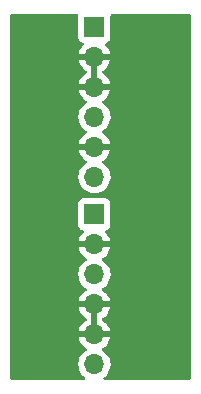
<source format=gbr>
%TF.GenerationSoftware,KiCad,Pcbnew,(6.0.5)*%
%TF.CreationDate,2023-11-29T10:07:13+07:00*%
%TF.ProjectId,conn_station,636f6e6e-5f73-4746-9174-696f6e2e6b69,rev?*%
%TF.SameCoordinates,Original*%
%TF.FileFunction,Copper,L2,Bot*%
%TF.FilePolarity,Positive*%
%FSLAX46Y46*%
G04 Gerber Fmt 4.6, Leading zero omitted, Abs format (unit mm)*
G04 Created by KiCad (PCBNEW (6.0.5)) date 2023-11-29 10:07:13*
%MOMM*%
%LPD*%
G01*
G04 APERTURE LIST*
%TA.AperFunction,ComponentPad*%
%ADD10R,1.700000X1.700000*%
%TD*%
%TA.AperFunction,ComponentPad*%
%ADD11O,1.700000X1.700000*%
%TD*%
%TA.AperFunction,ViaPad*%
%ADD12C,0.800000*%
%TD*%
G04 APERTURE END LIST*
D10*
%TO.P,J3,1,Pin_1*%
%TO.N,Net-(J2-Pad12)*%
X106700000Y-60800000D03*
D11*
%TO.P,J3,2,Pin_2*%
%TO.N,/GND*%
X106700000Y-63340000D03*
%TO.P,J3,3,Pin_3*%
X106700000Y-65880000D03*
%TO.P,J3,4,Pin_4*%
%TO.N,Net-(J2-Pad9)*%
X106700000Y-68420000D03*
%TO.P,J3,5,Pin_5*%
%TO.N,/GND*%
X106700000Y-70960000D03*
%TO.P,J3,6,Pin_6*%
%TO.N,Net-(J2-Pad7)*%
X106700000Y-73500000D03*
%TD*%
D10*
%TO.P,J1,1,Pin_1*%
%TO.N,Net-(J1-Pad1)*%
X106700000Y-76675000D03*
D11*
%TO.P,J1,2,Pin_2*%
%TO.N,/GND*%
X106700000Y-79215000D03*
%TO.P,J1,3,Pin_3*%
%TO.N,Net-(J1-Pad3)*%
X106700000Y-81755000D03*
%TO.P,J1,4,Pin_4*%
%TO.N,/GND*%
X106700000Y-84295000D03*
%TO.P,J1,5,Pin_5*%
X106700000Y-86835000D03*
%TO.P,J1,6,Pin_6*%
%TO.N,Net-(J1-Pad6)*%
X106700000Y-89375000D03*
%TD*%
D12*
%TO.N,/GND*%
X112600000Y-72600000D03*
X101100000Y-65800000D03*
X104300000Y-86900000D03*
X112600000Y-80400000D03*
X104300000Y-81700000D03*
X110100000Y-60800000D03*
X104500000Y-70900000D03*
X112500000Y-89400000D03*
X101100000Y-63300000D03*
X101000000Y-79200000D03*
X112600000Y-75300000D03*
X112600000Y-63400000D03*
X104500000Y-73400000D03*
X101100000Y-60800000D03*
X104500000Y-63300000D03*
X112500000Y-86900000D03*
X112600000Y-70200000D03*
X101100000Y-70900000D03*
X101000000Y-76700000D03*
X101100000Y-73400000D03*
X112600000Y-60900000D03*
X104500000Y-68300000D03*
X104300000Y-89400000D03*
X100900000Y-86900000D03*
X100900000Y-84200000D03*
X104300000Y-84200000D03*
X101100000Y-68300000D03*
X100900000Y-89400000D03*
X104400000Y-79200000D03*
X104400000Y-76700000D03*
X104500000Y-60800000D03*
X104500000Y-65800000D03*
X100900000Y-81700000D03*
X112600000Y-77900000D03*
X109900000Y-89400000D03*
%TD*%
%TA.AperFunction,Conductor*%
%TO.N,/GND*%
G36*
X105290198Y-59728502D02*
G01*
X105336691Y-59782158D01*
X105347340Y-59848108D01*
X105341500Y-59901866D01*
X105341500Y-61698134D01*
X105348255Y-61760316D01*
X105399385Y-61896705D01*
X105486739Y-62013261D01*
X105603295Y-62100615D01*
X105611704Y-62103767D01*
X105611705Y-62103768D01*
X105720960Y-62144726D01*
X105777725Y-62187367D01*
X105802425Y-62253929D01*
X105787218Y-62323278D01*
X105767825Y-62349759D01*
X105644590Y-62478717D01*
X105638104Y-62486727D01*
X105518098Y-62662649D01*
X105513000Y-62671623D01*
X105423338Y-62864783D01*
X105419775Y-62874470D01*
X105364389Y-63074183D01*
X105365912Y-63082607D01*
X105378292Y-63086000D01*
X108018344Y-63086000D01*
X108031875Y-63082027D01*
X108033180Y-63072947D01*
X107991214Y-62905875D01*
X107987894Y-62896124D01*
X107902972Y-62700814D01*
X107898105Y-62691739D01*
X107782426Y-62512926D01*
X107776136Y-62504757D01*
X107632293Y-62346677D01*
X107601241Y-62282831D01*
X107609635Y-62212333D01*
X107654812Y-62157564D01*
X107681256Y-62143895D01*
X107788297Y-62103767D01*
X107796705Y-62100615D01*
X107913261Y-62013261D01*
X108000615Y-61896705D01*
X108051745Y-61760316D01*
X108058500Y-61698134D01*
X108058500Y-59901866D01*
X108052660Y-59848108D01*
X108065188Y-59778225D01*
X108113509Y-59726210D01*
X108177923Y-59708500D01*
X114677530Y-59708500D01*
X114745651Y-59728502D01*
X114766625Y-59745405D01*
X114854595Y-59833375D01*
X114888621Y-59895687D01*
X114891500Y-59922470D01*
X114891500Y-90477530D01*
X114871498Y-90545651D01*
X114854595Y-90566625D01*
X114766625Y-90654595D01*
X114704313Y-90688621D01*
X114677530Y-90691500D01*
X107587489Y-90691500D01*
X107519368Y-90671498D01*
X107472875Y-90617842D01*
X107462771Y-90547568D01*
X107492265Y-90482988D01*
X107514321Y-90462921D01*
X107579860Y-90416173D01*
X107738096Y-90258489D01*
X107797594Y-90175689D01*
X107865435Y-90081277D01*
X107868453Y-90077077D01*
X107967430Y-89876811D01*
X108032370Y-89663069D01*
X108061529Y-89441590D01*
X108063156Y-89375000D01*
X108044852Y-89152361D01*
X107990431Y-88935702D01*
X107901354Y-88730840D01*
X107780014Y-88543277D01*
X107629670Y-88378051D01*
X107625619Y-88374852D01*
X107625615Y-88374848D01*
X107458414Y-88242800D01*
X107458410Y-88242798D01*
X107454359Y-88239598D01*
X107412569Y-88216529D01*
X107362598Y-88166097D01*
X107347826Y-88096654D01*
X107372942Y-88030248D01*
X107400294Y-88003641D01*
X107575328Y-87878792D01*
X107583200Y-87872139D01*
X107734052Y-87721812D01*
X107740730Y-87713965D01*
X107865003Y-87541020D01*
X107870313Y-87532183D01*
X107964670Y-87341267D01*
X107968469Y-87331672D01*
X108030377Y-87127910D01*
X108032555Y-87117837D01*
X108033986Y-87106962D01*
X108031775Y-87092778D01*
X108018617Y-87089000D01*
X105383225Y-87089000D01*
X105369694Y-87092973D01*
X105368257Y-87102966D01*
X105398565Y-87237446D01*
X105401645Y-87247275D01*
X105481770Y-87444603D01*
X105486413Y-87453794D01*
X105597694Y-87635388D01*
X105603777Y-87643699D01*
X105743213Y-87804667D01*
X105750580Y-87811883D01*
X105914434Y-87947916D01*
X105922881Y-87953831D01*
X105991969Y-87994203D01*
X106040693Y-88045842D01*
X106053764Y-88115625D01*
X106027033Y-88181396D01*
X105986584Y-88214752D01*
X105973607Y-88221507D01*
X105969474Y-88224610D01*
X105969471Y-88224612D01*
X105945247Y-88242800D01*
X105794965Y-88355635D01*
X105640629Y-88517138D01*
X105514743Y-88701680D01*
X105420688Y-88904305D01*
X105360989Y-89119570D01*
X105337251Y-89341695D01*
X105337548Y-89346848D01*
X105337548Y-89346851D01*
X105343011Y-89441590D01*
X105350110Y-89564715D01*
X105351247Y-89569761D01*
X105351248Y-89569767D01*
X105371119Y-89657939D01*
X105399222Y-89782639D01*
X105483266Y-89989616D01*
X105599987Y-90180088D01*
X105746250Y-90348938D01*
X105890331Y-90468556D01*
X105929966Y-90527458D01*
X105931464Y-90598439D01*
X105894350Y-90658962D01*
X105830406Y-90689811D01*
X105809846Y-90691500D01*
X99722470Y-90691500D01*
X99654349Y-90671498D01*
X99633375Y-90654595D01*
X99545405Y-90566625D01*
X99511379Y-90504313D01*
X99508500Y-90477530D01*
X99508500Y-86569183D01*
X105364389Y-86569183D01*
X105365912Y-86577607D01*
X105378292Y-86581000D01*
X106427885Y-86581000D01*
X106443124Y-86576525D01*
X106444329Y-86575135D01*
X106446000Y-86567452D01*
X106446000Y-86562885D01*
X106954000Y-86562885D01*
X106958475Y-86578124D01*
X106959865Y-86579329D01*
X106967548Y-86581000D01*
X108018344Y-86581000D01*
X108031875Y-86577027D01*
X108033180Y-86567947D01*
X107991214Y-86400875D01*
X107987894Y-86391124D01*
X107902972Y-86195814D01*
X107898105Y-86186739D01*
X107782426Y-86007926D01*
X107776136Y-85999757D01*
X107632806Y-85842240D01*
X107625273Y-85835215D01*
X107458139Y-85703222D01*
X107449552Y-85697517D01*
X107412116Y-85676851D01*
X107362146Y-85626419D01*
X107347374Y-85556976D01*
X107372490Y-85490571D01*
X107399842Y-85463964D01*
X107575327Y-85338792D01*
X107583200Y-85332139D01*
X107734052Y-85181812D01*
X107740730Y-85173965D01*
X107865003Y-85001020D01*
X107870313Y-84992183D01*
X107964670Y-84801267D01*
X107968469Y-84791672D01*
X108030377Y-84587910D01*
X108032555Y-84577837D01*
X108033986Y-84566962D01*
X108031775Y-84552778D01*
X108018617Y-84549000D01*
X106972115Y-84549000D01*
X106956876Y-84553475D01*
X106955671Y-84554865D01*
X106954000Y-84562548D01*
X106954000Y-86562885D01*
X106446000Y-86562885D01*
X106446000Y-84567115D01*
X106441525Y-84551876D01*
X106440135Y-84550671D01*
X106432452Y-84549000D01*
X105383225Y-84549000D01*
X105369694Y-84552973D01*
X105368257Y-84562966D01*
X105398565Y-84697446D01*
X105401645Y-84707275D01*
X105481770Y-84904603D01*
X105486413Y-84913794D01*
X105597694Y-85095388D01*
X105603777Y-85103699D01*
X105743213Y-85264667D01*
X105750580Y-85271883D01*
X105914434Y-85407916D01*
X105922881Y-85413831D01*
X105992479Y-85454501D01*
X106041203Y-85506140D01*
X106054274Y-85575923D01*
X106027543Y-85641694D01*
X105987087Y-85675053D01*
X105978462Y-85679542D01*
X105969738Y-85685036D01*
X105799433Y-85812905D01*
X105791726Y-85819748D01*
X105644590Y-85973717D01*
X105638104Y-85981727D01*
X105518098Y-86157649D01*
X105513000Y-86166623D01*
X105423338Y-86359783D01*
X105419775Y-86369470D01*
X105364389Y-86569183D01*
X99508500Y-86569183D01*
X99508500Y-81721695D01*
X105337251Y-81721695D01*
X105337548Y-81726848D01*
X105337548Y-81726851D01*
X105343011Y-81821590D01*
X105350110Y-81944715D01*
X105351247Y-81949761D01*
X105351248Y-81949767D01*
X105371119Y-82037939D01*
X105399222Y-82162639D01*
X105483266Y-82369616D01*
X105599987Y-82560088D01*
X105746250Y-82728938D01*
X105918126Y-82871632D01*
X105991955Y-82914774D01*
X106040679Y-82966412D01*
X106053750Y-83036195D01*
X106027019Y-83101967D01*
X105986562Y-83135327D01*
X105978457Y-83139546D01*
X105969738Y-83145036D01*
X105799433Y-83272905D01*
X105791726Y-83279748D01*
X105644590Y-83433717D01*
X105638104Y-83441727D01*
X105518098Y-83617649D01*
X105513000Y-83626623D01*
X105423338Y-83819783D01*
X105419775Y-83829470D01*
X105364389Y-84029183D01*
X105365912Y-84037607D01*
X105378292Y-84041000D01*
X108018344Y-84041000D01*
X108031875Y-84037027D01*
X108033180Y-84027947D01*
X107991214Y-83860875D01*
X107987894Y-83851124D01*
X107902972Y-83655814D01*
X107898105Y-83646739D01*
X107782426Y-83467926D01*
X107776136Y-83459757D01*
X107632806Y-83302240D01*
X107625273Y-83295215D01*
X107458139Y-83163222D01*
X107449556Y-83157520D01*
X107412602Y-83137120D01*
X107362631Y-83086687D01*
X107347859Y-83017245D01*
X107372975Y-82950839D01*
X107400327Y-82924232D01*
X107423797Y-82907491D01*
X107579860Y-82796173D01*
X107738096Y-82638489D01*
X107797594Y-82555689D01*
X107865435Y-82461277D01*
X107868453Y-82457077D01*
X107967430Y-82256811D01*
X108032370Y-82043069D01*
X108061529Y-81821590D01*
X108063156Y-81755000D01*
X108044852Y-81532361D01*
X107990431Y-81315702D01*
X107901354Y-81110840D01*
X107780014Y-80923277D01*
X107629670Y-80758051D01*
X107625619Y-80754852D01*
X107625615Y-80754848D01*
X107458414Y-80622800D01*
X107458410Y-80622798D01*
X107454359Y-80619598D01*
X107412569Y-80596529D01*
X107362598Y-80546097D01*
X107347826Y-80476654D01*
X107372942Y-80410248D01*
X107400294Y-80383641D01*
X107575328Y-80258792D01*
X107583200Y-80252139D01*
X107734052Y-80101812D01*
X107740730Y-80093965D01*
X107865003Y-79921020D01*
X107870313Y-79912183D01*
X107964670Y-79721267D01*
X107968469Y-79711672D01*
X108030377Y-79507910D01*
X108032555Y-79497837D01*
X108033986Y-79486962D01*
X108031775Y-79472778D01*
X108018617Y-79469000D01*
X105383225Y-79469000D01*
X105369694Y-79472973D01*
X105368257Y-79482966D01*
X105398565Y-79617446D01*
X105401645Y-79627275D01*
X105481770Y-79824603D01*
X105486413Y-79833794D01*
X105597694Y-80015388D01*
X105603777Y-80023699D01*
X105743213Y-80184667D01*
X105750580Y-80191883D01*
X105914434Y-80327916D01*
X105922881Y-80333831D01*
X105991969Y-80374203D01*
X106040693Y-80425842D01*
X106053764Y-80495625D01*
X106027033Y-80561396D01*
X105986584Y-80594752D01*
X105973607Y-80601507D01*
X105969474Y-80604610D01*
X105969471Y-80604612D01*
X105945247Y-80622800D01*
X105794965Y-80735635D01*
X105640629Y-80897138D01*
X105514743Y-81081680D01*
X105420688Y-81284305D01*
X105360989Y-81499570D01*
X105337251Y-81721695D01*
X99508500Y-81721695D01*
X99508500Y-77573134D01*
X105341500Y-77573134D01*
X105348255Y-77635316D01*
X105399385Y-77771705D01*
X105486739Y-77888261D01*
X105603295Y-77975615D01*
X105611704Y-77978767D01*
X105611705Y-77978768D01*
X105720960Y-78019726D01*
X105777725Y-78062367D01*
X105802425Y-78128929D01*
X105787218Y-78198278D01*
X105767825Y-78224759D01*
X105644590Y-78353717D01*
X105638104Y-78361727D01*
X105518098Y-78537649D01*
X105513000Y-78546623D01*
X105423338Y-78739783D01*
X105419775Y-78749470D01*
X105364389Y-78949183D01*
X105365912Y-78957607D01*
X105378292Y-78961000D01*
X108018344Y-78961000D01*
X108031875Y-78957027D01*
X108033180Y-78947947D01*
X107991214Y-78780875D01*
X107987894Y-78771124D01*
X107902972Y-78575814D01*
X107898105Y-78566739D01*
X107782426Y-78387926D01*
X107776136Y-78379757D01*
X107632293Y-78221677D01*
X107601241Y-78157831D01*
X107609635Y-78087333D01*
X107654812Y-78032564D01*
X107681256Y-78018895D01*
X107788297Y-77978767D01*
X107796705Y-77975615D01*
X107913261Y-77888261D01*
X108000615Y-77771705D01*
X108051745Y-77635316D01*
X108058500Y-77573134D01*
X108058500Y-75776866D01*
X108051745Y-75714684D01*
X108000615Y-75578295D01*
X107913261Y-75461739D01*
X107796705Y-75374385D01*
X107660316Y-75323255D01*
X107598134Y-75316500D01*
X105801866Y-75316500D01*
X105739684Y-75323255D01*
X105603295Y-75374385D01*
X105486739Y-75461739D01*
X105399385Y-75578295D01*
X105348255Y-75714684D01*
X105341500Y-75776866D01*
X105341500Y-77573134D01*
X99508500Y-77573134D01*
X99508500Y-73466695D01*
X105337251Y-73466695D01*
X105337548Y-73471848D01*
X105337548Y-73471851D01*
X105343011Y-73566590D01*
X105350110Y-73689715D01*
X105351247Y-73694761D01*
X105351248Y-73694767D01*
X105371119Y-73782939D01*
X105399222Y-73907639D01*
X105483266Y-74114616D01*
X105599987Y-74305088D01*
X105746250Y-74473938D01*
X105918126Y-74616632D01*
X106111000Y-74729338D01*
X106319692Y-74809030D01*
X106324760Y-74810061D01*
X106324763Y-74810062D01*
X106432017Y-74831883D01*
X106538597Y-74853567D01*
X106543772Y-74853757D01*
X106543774Y-74853757D01*
X106756673Y-74861564D01*
X106756677Y-74861564D01*
X106761837Y-74861753D01*
X106766957Y-74861097D01*
X106766959Y-74861097D01*
X106978288Y-74834025D01*
X106978289Y-74834025D01*
X106983416Y-74833368D01*
X106988366Y-74831883D01*
X107192429Y-74770661D01*
X107192434Y-74770659D01*
X107197384Y-74769174D01*
X107397994Y-74670896D01*
X107579860Y-74541173D01*
X107738096Y-74383489D01*
X107797594Y-74300689D01*
X107865435Y-74206277D01*
X107868453Y-74202077D01*
X107967430Y-74001811D01*
X108032370Y-73788069D01*
X108061529Y-73566590D01*
X108063156Y-73500000D01*
X108044852Y-73277361D01*
X107990431Y-73060702D01*
X107901354Y-72855840D01*
X107780014Y-72668277D01*
X107629670Y-72503051D01*
X107625619Y-72499852D01*
X107625615Y-72499848D01*
X107458414Y-72367800D01*
X107458410Y-72367798D01*
X107454359Y-72364598D01*
X107412569Y-72341529D01*
X107362598Y-72291097D01*
X107347826Y-72221654D01*
X107372942Y-72155248D01*
X107400294Y-72128641D01*
X107575328Y-72003792D01*
X107583200Y-71997139D01*
X107734052Y-71846812D01*
X107740730Y-71838965D01*
X107865003Y-71666020D01*
X107870313Y-71657183D01*
X107964670Y-71466267D01*
X107968469Y-71456672D01*
X108030377Y-71252910D01*
X108032555Y-71242837D01*
X108033986Y-71231962D01*
X108031775Y-71217778D01*
X108018617Y-71214000D01*
X105383225Y-71214000D01*
X105369694Y-71217973D01*
X105368257Y-71227966D01*
X105398565Y-71362446D01*
X105401645Y-71372275D01*
X105481770Y-71569603D01*
X105486413Y-71578794D01*
X105597694Y-71760388D01*
X105603777Y-71768699D01*
X105743213Y-71929667D01*
X105750580Y-71936883D01*
X105914434Y-72072916D01*
X105922881Y-72078831D01*
X105991969Y-72119203D01*
X106040693Y-72170842D01*
X106053764Y-72240625D01*
X106027033Y-72306396D01*
X105986584Y-72339752D01*
X105973607Y-72346507D01*
X105969474Y-72349610D01*
X105969471Y-72349612D01*
X105945247Y-72367800D01*
X105794965Y-72480635D01*
X105640629Y-72642138D01*
X105514743Y-72826680D01*
X105420688Y-73029305D01*
X105360989Y-73244570D01*
X105337251Y-73466695D01*
X99508500Y-73466695D01*
X99508500Y-68386695D01*
X105337251Y-68386695D01*
X105337548Y-68391848D01*
X105337548Y-68391851D01*
X105343011Y-68486590D01*
X105350110Y-68609715D01*
X105351247Y-68614761D01*
X105351248Y-68614767D01*
X105371119Y-68702939D01*
X105399222Y-68827639D01*
X105483266Y-69034616D01*
X105599987Y-69225088D01*
X105746250Y-69393938D01*
X105918126Y-69536632D01*
X105991955Y-69579774D01*
X106040679Y-69631412D01*
X106053750Y-69701195D01*
X106027019Y-69766967D01*
X105986562Y-69800327D01*
X105978457Y-69804546D01*
X105969738Y-69810036D01*
X105799433Y-69937905D01*
X105791726Y-69944748D01*
X105644590Y-70098717D01*
X105638104Y-70106727D01*
X105518098Y-70282649D01*
X105513000Y-70291623D01*
X105423338Y-70484783D01*
X105419775Y-70494470D01*
X105364389Y-70694183D01*
X105365912Y-70702607D01*
X105378292Y-70706000D01*
X108018344Y-70706000D01*
X108031875Y-70702027D01*
X108033180Y-70692947D01*
X107991214Y-70525875D01*
X107987894Y-70516124D01*
X107902972Y-70320814D01*
X107898105Y-70311739D01*
X107782426Y-70132926D01*
X107776136Y-70124757D01*
X107632806Y-69967240D01*
X107625273Y-69960215D01*
X107458139Y-69828222D01*
X107449556Y-69822520D01*
X107412602Y-69802120D01*
X107362631Y-69751687D01*
X107347859Y-69682245D01*
X107372975Y-69615839D01*
X107400327Y-69589232D01*
X107423797Y-69572491D01*
X107579860Y-69461173D01*
X107738096Y-69303489D01*
X107797594Y-69220689D01*
X107865435Y-69126277D01*
X107868453Y-69122077D01*
X107967430Y-68921811D01*
X108032370Y-68708069D01*
X108061529Y-68486590D01*
X108063156Y-68420000D01*
X108044852Y-68197361D01*
X107990431Y-67980702D01*
X107901354Y-67775840D01*
X107780014Y-67588277D01*
X107629670Y-67423051D01*
X107625619Y-67419852D01*
X107625615Y-67419848D01*
X107458414Y-67287800D01*
X107458410Y-67287798D01*
X107454359Y-67284598D01*
X107412569Y-67261529D01*
X107362598Y-67211097D01*
X107347826Y-67141654D01*
X107372942Y-67075248D01*
X107400294Y-67048641D01*
X107575328Y-66923792D01*
X107583200Y-66917139D01*
X107734052Y-66766812D01*
X107740730Y-66758965D01*
X107865003Y-66586020D01*
X107870313Y-66577183D01*
X107964670Y-66386267D01*
X107968469Y-66376672D01*
X108030377Y-66172910D01*
X108032555Y-66162837D01*
X108033986Y-66151962D01*
X108031775Y-66137778D01*
X108018617Y-66134000D01*
X105383225Y-66134000D01*
X105369694Y-66137973D01*
X105368257Y-66147966D01*
X105398565Y-66282446D01*
X105401645Y-66292275D01*
X105481770Y-66489603D01*
X105486413Y-66498794D01*
X105597694Y-66680388D01*
X105603777Y-66688699D01*
X105743213Y-66849667D01*
X105750580Y-66856883D01*
X105914434Y-66992916D01*
X105922881Y-66998831D01*
X105991969Y-67039203D01*
X106040693Y-67090842D01*
X106053764Y-67160625D01*
X106027033Y-67226396D01*
X105986584Y-67259752D01*
X105973607Y-67266507D01*
X105969474Y-67269610D01*
X105969471Y-67269612D01*
X105945247Y-67287800D01*
X105794965Y-67400635D01*
X105640629Y-67562138D01*
X105514743Y-67746680D01*
X105420688Y-67949305D01*
X105360989Y-68164570D01*
X105337251Y-68386695D01*
X99508500Y-68386695D01*
X99508500Y-65614183D01*
X105364389Y-65614183D01*
X105365912Y-65622607D01*
X105378292Y-65626000D01*
X106427885Y-65626000D01*
X106443124Y-65621525D01*
X106444329Y-65620135D01*
X106446000Y-65612452D01*
X106446000Y-65607885D01*
X106954000Y-65607885D01*
X106958475Y-65623124D01*
X106959865Y-65624329D01*
X106967548Y-65626000D01*
X108018344Y-65626000D01*
X108031875Y-65622027D01*
X108033180Y-65612947D01*
X107991214Y-65445875D01*
X107987894Y-65436124D01*
X107902972Y-65240814D01*
X107898105Y-65231739D01*
X107782426Y-65052926D01*
X107776136Y-65044757D01*
X107632806Y-64887240D01*
X107625273Y-64880215D01*
X107458139Y-64748222D01*
X107449552Y-64742517D01*
X107412116Y-64721851D01*
X107362146Y-64671419D01*
X107347374Y-64601976D01*
X107372490Y-64535571D01*
X107399842Y-64508964D01*
X107575327Y-64383792D01*
X107583200Y-64377139D01*
X107734052Y-64226812D01*
X107740730Y-64218965D01*
X107865003Y-64046020D01*
X107870313Y-64037183D01*
X107964670Y-63846267D01*
X107968469Y-63836672D01*
X108030377Y-63632910D01*
X108032555Y-63622837D01*
X108033986Y-63611962D01*
X108031775Y-63597778D01*
X108018617Y-63594000D01*
X106972115Y-63594000D01*
X106956876Y-63598475D01*
X106955671Y-63599865D01*
X106954000Y-63607548D01*
X106954000Y-65607885D01*
X106446000Y-65607885D01*
X106446000Y-63612115D01*
X106441525Y-63596876D01*
X106440135Y-63595671D01*
X106432452Y-63594000D01*
X105383225Y-63594000D01*
X105369694Y-63597973D01*
X105368257Y-63607966D01*
X105398565Y-63742446D01*
X105401645Y-63752275D01*
X105481770Y-63949603D01*
X105486413Y-63958794D01*
X105597694Y-64140388D01*
X105603777Y-64148699D01*
X105743213Y-64309667D01*
X105750580Y-64316883D01*
X105914434Y-64452916D01*
X105922881Y-64458831D01*
X105992479Y-64499501D01*
X106041203Y-64551140D01*
X106054274Y-64620923D01*
X106027543Y-64686694D01*
X105987087Y-64720053D01*
X105978462Y-64724542D01*
X105969738Y-64730036D01*
X105799433Y-64857905D01*
X105791726Y-64864748D01*
X105644590Y-65018717D01*
X105638104Y-65026727D01*
X105518098Y-65202649D01*
X105513000Y-65211623D01*
X105423338Y-65404783D01*
X105419775Y-65414470D01*
X105364389Y-65614183D01*
X99508500Y-65614183D01*
X99508500Y-59922470D01*
X99528502Y-59854349D01*
X99545405Y-59833375D01*
X99633375Y-59745405D01*
X99695687Y-59711379D01*
X99722470Y-59708500D01*
X105222077Y-59708500D01*
X105290198Y-59728502D01*
G37*
%TD.AperFunction*%
%TD*%
M02*

</source>
